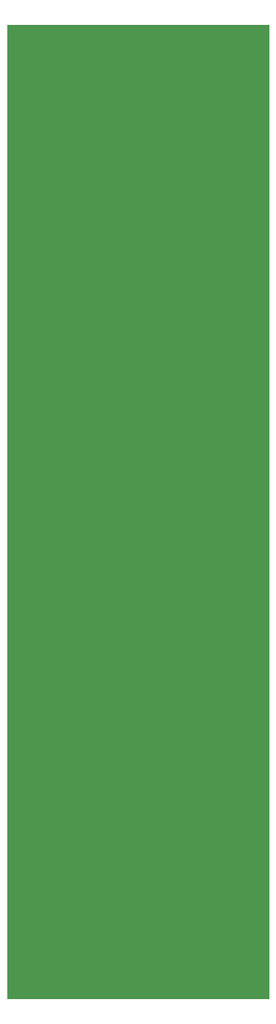
<source format=gbs>
G04*
G04 #@! TF.GenerationSoftware,Altium Limited,Altium Designer,24.2.2 (26)*
G04*
G04 Layer_Color=16711935*
%FSLAX26Y26*%
%MOIN*%
G70*
G04*
G04 #@! TF.SameCoordinates,FDBC139A-5E2D-4B48-BD1B-D82F16AABD65*
G04*
G04*
G04 #@! TF.FilePolarity,Negative*
G04*
G01*
G75*
%ADD18R,1.198000X4.438000*%
D18*
X3855000Y4320000D02*
D03*
M02*

</source>
